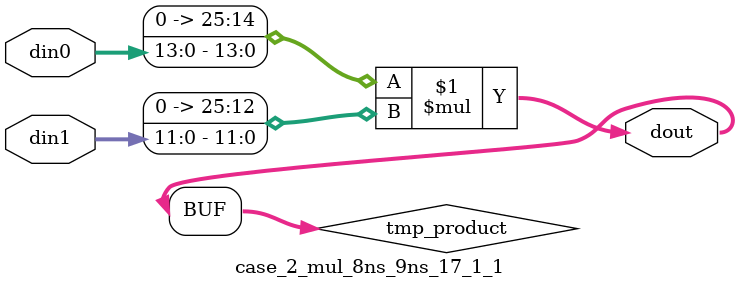
<source format=v>

`timescale 1 ns / 1 ps

 (* use_dsp = "no" *)  module case_2_mul_8ns_9ns_17_1_1(din0, din1, dout);
parameter ID = 1;
parameter NUM_STAGE = 0;
parameter din0_WIDTH = 14;
parameter din1_WIDTH = 12;
parameter dout_WIDTH = 26;

input [din0_WIDTH - 1 : 0] din0; 
input [din1_WIDTH - 1 : 0] din1; 
output [dout_WIDTH - 1 : 0] dout;

wire signed [dout_WIDTH - 1 : 0] tmp_product;
























assign tmp_product = $signed({1'b0, din0}) * $signed({1'b0, din1});











assign dout = tmp_product;





















endmodule

</source>
